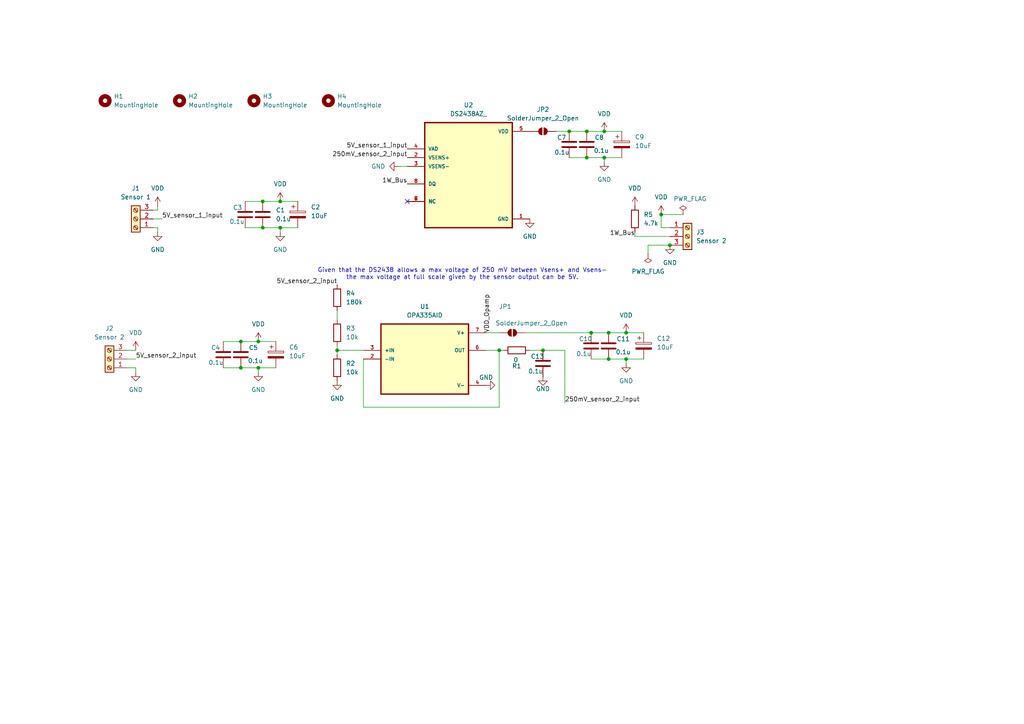
<source format=kicad_sch>
(kicad_sch (version 20231120) (generator "eeschema") (generator_version "8.0")
  (paper "A4")
  (lib_symbols
    (symbol "Connector:Screw_Terminal_01x03" (pin_names (offset 1.016) hide)
      (property "Reference" "J" (at 0 5.08 0))
      (property "Value" "Screw_Terminal_01x03" (at 0 -5.08 0))
      (symbol "Screw_Terminal_01x03_1_1"
        (rectangle (start -1.27 3.81) (end 1.27 -3.81) (stroke (width 0.254)) (fill (type background)))
        (circle (center 0 -2.54) (radius 0.635) (stroke (width 0.1524)))
        (polyline (pts (xy -0.5334 -2.2098) (xy 0.3302 -3.048)) (stroke (width 0.1524)))
        (polyline (pts (xy -0.5334 0.3302) (xy 0.3302 -0.508)) (stroke (width 0.1524)))
        (polyline (pts (xy -0.5334 2.8702) (xy 0.3302 2.032)) (stroke (width 0.1524)))
        (polyline (pts (xy -0.3556 -2.032) (xy 0.508 -2.8702)) (stroke (width 0.1524)))
        (polyline (pts (xy -0.3556 0.508) (xy 0.508 -0.3302)) (stroke (width 0.1524)))
        (polyline (pts (xy -0.3556 3.048) (xy 0.508 2.2098)) (stroke (width 0.1524)))
        (circle (center 0 0) (radius 0.635) (stroke (width 0.1524)))
        (circle (center 0 2.54) (radius 0.635) (stroke (width 0.1524)))
        (pin passive line (at -5.08 2.54 0) (length 3.81) (name "Pin_1") (number "1"))
        (pin passive line (at -5.08 0 0) (length 3.81) (name "Pin_2") (number "2"))
        (pin passive line (at -5.08 -2.54 0) (length 3.81) (name "Pin_3") (number "3"))
      )
    )
    (symbol "DS2438AZ_:DS2438AZ_" (pin_names (offset 1.016))
      (property "Reference" "U" (at -12.7 16.24 0))
      (property "Value" "DS2438AZ_" (at -12.7 -19.24 0))
      (symbol "DS2438AZ__0_0"
        (rectangle (start -12.7 -15.24) (end 12.7 15.24) (stroke (width 0.41)) (fill (type background)))
        (pin power_in line (at 17.78 -12.7 180) (length 5.08) (name "GND") (number "1"))
        (pin input line (at -17.78 5.08 0) (length 5.08) (name "VSENS+") (number "2"))
        (pin input line (at -17.78 2.54 0) (length 5.08) (name "VSENS-") (number "3"))
        (pin input line (at -17.78 7.62 0) (length 5.08) (name "VAD") (number "4"))
        (pin power_in line (at 17.78 12.7 180) (length 5.08) (name "VDD") (number "5"))
        (pin bidirectional line (at -17.78 -7.62 0) (length 5.08) (name "NC") (number "6"))
        (pin bidirectional line (at -17.78 -7.62 0) (length 5.08) (name "NC") (number "7"))
        (pin bidirectional line (at -17.78 -2.54 0) (length 5.08) (name "DQ") (number "8"))
      )
    )
    (symbol "Device:C" (pin_numbers hide) (pin_names (offset 0.254))
      (property "Reference" "C" (at 0.635 2.54 0))
      (property "Value" "C" (at 0.635 -2.54 0))
      (symbol "C_0_1"
        (polyline (pts (xy -2.032 -0.762) (xy 2.032 -0.762)) (stroke (width 0.508)))
        (polyline (pts (xy -2.032 0.762) (xy 2.032 0.762)) (stroke (width 0.508)))
      )
      (symbol "C_1_1"
        (pin passive line (at 0 3.81 270) (length 2.794) (name "~") (number "1"))
        (pin passive line (at 0 -3.81 90) (length 2.794) (name "~") (number "2"))
      )
    )
    (symbol "Device:C_Polarized" (pin_numbers hide) (pin_names (offset 0.254))
      (property "Reference" "C" (at 0.635 2.54 0))
      (property "Value" "C_Polarized" (at 0.635 -2.54 0))
      (symbol "C_Polarized_0_1"
        (rectangle (start -2.286 0.508) (end 2.286 1.016))
        (polyline (pts (xy -1.778 2.286) (xy -0.762 2.286)))
        (polyline (pts (xy -1.27 2.794) (xy -1.27 1.778)))
        (rectangle (start 2.286 -0.508) (end -2.286 -1.016) (fill (type outline)))
      )
      (symbol "C_Polarized_1_1"
        (pin passive line (at 0 3.81 270) (length 2.794) (name "~") (number "1"))
        (pin passive line (at 0 -3.81 90) (length 2.794) (name "~") (number "2"))
      )
    )
    (symbol "Device:R" (pin_numbers hide) (pin_names (offset 0))
      (property "Reference" "R" (at 2.032 0 90))
      (property "Value" "R" (at 0 0 90))
      (symbol "R_0_1"
        (rectangle (start -1.016 -2.54) (end 1.016 2.54) (stroke (width 0.254)))
      )
      (symbol "R_1_1"
        (pin passive line (at 0 3.81 270) (length 1.27) (name "~") (number "1"))
        (pin passive line (at 0 -3.81 90) (length 1.27) (name "~") (number "2"))
      )
    )
    (symbol "Jumper:SolderJumper_2_Open" (pin_numbers hide) (pin_names (offset 0) hide) (exclude_from_sim yes) (in_bom no)
      (property "Reference" "JP" (at 0 2.032 0))
      (property "Value" "SolderJumper_2_Open" (at 0 -2.54 0))
      (symbol "SolderJumper_2_Open_0_1"
        (arc (start -0.254 1.016) (mid -1.2656 0) (end -0.254 -1.016))
        (arc (start -0.254 1.016) (mid -1.2656 0) (end -0.254 -1.016) (fill (type outline)))
        (polyline (pts (xy -0.254 1.016) (xy -0.254 -1.016)))
        (polyline (pts (xy 0.254 1.016) (xy 0.254 -1.016)))
        (arc (start 0.254 -1.016) (mid 1.2656 0) (end 0.254 1.016))
        (arc (start 0.254 -1.016) (mid 1.2656 0) (end 0.254 1.016) (fill (type outline)))
      )
      (symbol "SolderJumper_2_Open_1_1"
        (pin passive line (at -3.81 0 0) (length 2.54) (name "A") (number "1"))
        (pin passive line (at 3.81 0 180) (length 2.54) (name "B") (number "2"))
      )
    )
    (symbol "Mechanical:MountingHole" (pin_names (offset 1.016)) (exclude_from_sim yes) (in_bom no)
      (property "Reference" "H" (at 0 5.08 0))
      (property "Value" "MountingHole" (at 0 3.175 0))
      (symbol "MountingHole_0_1"
        (circle (center 0 0) (radius 1.27) (stroke (width 1.27)))
      )
    )
    (symbol "OPA335AID:OPA335AID" (pin_names (offset 1.016))
      (property "Reference" "U" (at -12.7 11.16 0))
      (property "Value" "OPA335AID" (at -12.7 -14.16 0))
      (symbol "OPA335AID_0_0"
        (rectangle (start -12.7 -10.16) (end 12.7 10.16) (stroke (width 0.41)) (fill (type background)))
        (pin input line (at -17.78 0 0) (length 5.08) (name "-IN") (number "2"))
        (pin input line (at -17.78 2.54 0) (length 5.08) (name "+IN") (number "3"))
        (pin power_in line (at 17.78 -7.62 180) (length 5.08) (name "V-") (number "4"))
        (pin output line (at 17.78 2.54 180) (length 5.08) (name "OUT") (number "6"))
        (pin power_in line (at 17.78 7.62 180) (length 5.08) (name "V+") (number "7"))
      )
    )
    (symbol "power:GND" (power) (pin_numbers hide) (pin_names (offset 0) hide)
      (property "Value" "GND" (at 0 -3.81 0))
      (symbol "GND_0_1"
        (polyline (pts (xy 0 0) (xy 0 -1.27) (xy 1.27 -1.27) (xy 0 -2.54) (xy -1.27 -1.27) (xy 0 -1.27)))
      )
      (symbol "GND_1_1"
        (pin power_in line (at 0 0 270) (length 0) (name "~") (number "1"))
      )
    )
    (symbol "power:PWR_FLAG" (power) (pin_numbers hide) (pin_names (offset 0) hide)
      (property "Value" "PWR_FLAG" (at 0 3.81 0))
      (symbol "PWR_FLAG_0_0"
        (pin power_out line (at 0 0 90) (length 0) (name "~") (number "1"))
      )
      (symbol "PWR_FLAG_0_1"
        (polyline (pts (xy 0 0) (xy 0 1.27) (xy -1.016 1.905) (xy 0 2.54) (xy 1.016 1.905) (xy 0 1.27)))
      )
    )
    (symbol "power:VDD" (power) (pin_numbers hide) (pin_names (offset 0) hide)
      (property "Value" "VDD" (at 0 3.556 0))
      (symbol "VDD_0_1"
        (polyline (pts (xy -0.762 1.27) (xy 0 2.54)))
        (polyline (pts (xy 0 0) (xy 0 2.54)))
        (polyline (pts (xy 0 2.54) (xy 0.762 1.27)))
      )
      (symbol "VDD_1_1"
        (pin power_in line (at 0 0 90) (length 0) (name "~") (number "1"))
      )
    )
  )
  (junction (at 157.48 101.6))
  (junction (at 171.45 96.52))
  (junction (at 181.61 104.14))
  (junction (at 194.31 71.12))
  (junction (at 81.28 66.04))
  (junction (at 191.77 62.23))
  (junction (at 176.53 104.14))
  (junction (at 74.93 106.68))
  (junction (at 81.28 58.42))
  (junction (at 76.2 66.04))
  (junction (at 170.18 45.72))
  (junction (at 176.53 96.52))
  (junction (at 175.26 45.72))
  (junction (at 165.1 38.1))
  (junction (at 175.26 38.1))
  (junction (at 97.79 101.6))
  (junction (at 76.2 58.42))
  (junction (at 144.78 101.6))
  (junction (at 170.18 38.1))
  (junction (at 74.93 99.06))
  (junction (at 69.85 106.68))
  (junction (at 181.61 96.52))
  (junction (at 69.85 99.06))
  (no_connect (at 118.11 58.42))
  (wire (pts (xy 97.79 90.17) (xy 97.79 92.71)))
  (wire (pts (xy 140.97 96.52) (xy 144.78 96.52)))
  (wire (pts (xy 81.28 66.04) (xy 81.28 67.31)))
  (wire (pts (xy 187.96 71.12) (xy 194.31 71.12)))
  (wire (pts (xy 39.37 106.68) (xy 39.37 107.95)))
  (wire (pts (xy 76.2 66.04) (xy 81.28 66.04)))
  (wire (pts (xy 44.45 66.04) (xy 45.72 66.04)))
  (wire (pts (xy 45.72 66.04) (xy 45.72 67.31)))
  (wire (pts (xy 74.93 106.68) (xy 80.01 106.68)))
  (wire (pts (xy 144.78 101.6) (xy 140.97 101.6)))
  (wire (pts (xy 97.79 101.6) (xy 97.79 102.87)))
  (wire (pts (xy 36.83 106.68) (xy 39.37 106.68)))
  (wire (pts (xy 181.61 104.14) (xy 181.61 105.41)))
  (wire (pts (xy 69.85 106.68) (xy 74.93 106.68)))
  (wire (pts (xy 105.41 104.14) (xy 105.41 118.11)))
  (wire (pts (xy 175.26 38.1) (xy 180.34 38.1)))
  (wire (pts (xy 175.26 45.72) (xy 180.34 45.72)))
  (wire (pts (xy 39.37 101.6) (xy 36.83 101.6)))
  (wire (pts (xy 71.12 58.42) (xy 76.2 58.42)))
  (wire (pts (xy 181.61 96.52) (xy 186.69 96.52)))
  (wire (pts (xy 45.72 60.96) (xy 44.45 60.96)))
  (wire (pts (xy 44.45 63.5) (xy 46.99 63.5)))
  (wire (pts (xy 191.77 62.23) (xy 191.77 66.04)))
  (wire (pts (xy 171.45 96.52) (xy 176.53 96.52)))
  (wire (pts (xy 191.77 62.23) (xy 198.12 62.23)))
  (wire (pts (xy 170.18 38.1) (xy 175.26 38.1)))
  (wire (pts (xy 81.28 66.04) (xy 86.36 66.04)))
  (wire (pts (xy 163.83 101.6) (xy 163.83 116.84)))
  (wire (pts (xy 64.77 106.68) (xy 69.85 106.68)))
  (wire (pts (xy 181.61 104.14) (xy 186.69 104.14)))
  (wire (pts (xy 175.26 45.72) (xy 175.26 46.99)))
  (wire (pts (xy 76.2 58.42) (xy 81.28 58.42)))
  (wire (pts (xy 105.41 118.11) (xy 144.78 118.11)))
  (wire (pts (xy 171.45 104.14) (xy 176.53 104.14)))
  (wire (pts (xy 64.77 99.06) (xy 69.85 99.06)))
  (wire (pts (xy 36.83 104.14) (xy 39.37 104.14)))
  (wire (pts (xy 69.85 99.06) (xy 74.93 99.06)))
  (wire (pts (xy 81.28 58.42) (xy 86.36 58.42)))
  (wire (pts (xy 97.79 101.6) (xy 105.41 101.6)))
  (wire (pts (xy 152.4 96.52) (xy 171.45 96.52)))
  (wire (pts (xy 161.29 38.1) (xy 165.1 38.1)))
  (wire (pts (xy 153.67 101.6) (xy 157.48 101.6)))
  (wire (pts (xy 165.1 38.1) (xy 170.18 38.1)))
  (wire (pts (xy 176.53 104.14) (xy 181.61 104.14)))
  (wire (pts (xy 184.15 68.58) (xy 194.31 68.58)))
  (wire (pts (xy 74.93 99.06) (xy 80.01 99.06)))
  (wire (pts (xy 144.78 118.11) (xy 144.78 101.6)))
  (wire (pts (xy 191.77 66.04) (xy 194.31 66.04)))
  (wire (pts (xy 45.72 59.69) (xy 45.72 60.96)))
  (wire (pts (xy 187.96 73.66) (xy 187.96 71.12)))
  (wire (pts (xy 184.15 68.58) (xy 184.15 67.31)))
  (wire (pts (xy 118.11 48.26) (xy 115.57 48.26)))
  (wire (pts (xy 170.18 45.72) (xy 175.26 45.72)))
  (wire (pts (xy 176.53 96.52) (xy 181.61 96.52)))
  (wire (pts (xy 144.78 101.6) (xy 146.05 101.6)))
  (wire (pts (xy 97.79 100.33) (xy 97.79 101.6)))
  (wire (pts (xy 157.48 101.6) (xy 163.83 101.6)))
  (wire (pts (xy 74.93 106.68) (xy 74.93 107.95)))
  (wire (pts (xy 165.1 45.72) (xy 170.18 45.72)))
  (wire (pts (xy 71.12 66.04) (xy 76.2 66.04)))
  (text "Given that the DS2438 allows a max voltage of 250 mV between Vsens+ and Vsens-\nthe max voltage at full scale given by the sensor output can be 5V." (at 134.112 79.502 0) (effects (font (size 1.27 1.27))))
  (label "250mV_sensor_2_input" (at 118.11 45.72 180))
  (label "5V_sensor_1_input" (at 118.11 43.18 180))
  (label "1W_Bus" (at 118.11 53.34 180))
  (label "5V_sensor_1_input" (at 46.99 63.5 0))
  (label "VDD_Opamp" (at 142.24 96.52 90))
  (label "5V_sensor_2_input" (at 39.37 104.14 0))
  (label "1W_Bus" (at 184.15 68.58 180))
  (label "5V_sensor_2_input" (at 97.79 82.55 180))
  (label "250mV_sensor_2_input" (at 163.83 116.84 0))
  (symbol (lib_id "power:GND") (at 175.26 46.99 0) (unit 1)
    (property "Reference" "#PWR011" (effects (hide yes)))
    (property "Value" "GND" (at 175.26 52.07 0))
    (property "Description" "Power symbol creates a global label with name \"GND\" , ground" (effects (hide yes)))
  )
  (symbol (lib_id "Device:C") (at 64.77 102.87 0) (unit 1)
    (property "Reference" "C4" (at 61.214 100.838 0) (effects (justify left)))
    (property "Value" "0.1u" (at 60.452 105.156 0) (effects (justify left)))
    (property "Footprint" "Capacitor_SMD:C_0603_1608Metric_Pad1.08x0.95mm_HandSolder" (effects (hide yes)))
    (property "Description" "Unpolarized capacitor" (effects (hide yes)))
  )
  (symbol (lib_id "Device:C_Polarized") (at 86.36 62.23 0) (unit 1)
    (property "Reference" "C2" (at 90.17 60.0709 0) (effects (justify left)))
    (property "Value" "10uF" (at 90.17 62.6109 0) (effects (justify left)))
    (property "Footprint" "Capacitor_SMD:CP_Elec_4x5.8" (effects (hide yes)))
    (property "Description" "Polarized capacitor" (effects (hide yes)))
  )
  (symbol (lib_id "power:GND") (at 157.48 109.22 0) (unit 1)
    (property "Reference" "#PWR020" (effects (hide yes)))
    (property "Value" "GND" (at 159.512 112.776 0) (effects (justify right)))
    (property "Description" "Power symbol creates a global label with name \"GND\" , ground" (effects (hide yes)))
  )
  (symbol (lib_id "power:VDD") (at 184.15 59.69 0) (unit 1)
    (property "Reference" "#PWR019" (effects (hide yes)))
    (property "Value" "VDD" (at 184.15 54.61 0))
    (property "Description" "Power symbol creates a global label with name \"VDD\"" (effects (hide yes)))
  )
  (symbol (lib_id "Jumper:SolderJumper_2_Open") (at 157.48 38.1 0) (unit 1) (exclude_from_sim yes) (in_bom no)
    (property "Reference" "JP2" (at 157.48 31.75 0))
    (property "Value" "SolderJumper_2_Open" (at 157.48 34.29 0))
    (property "Footprint" "Jumper:SolderJumper-2_P1.3mm_Open_RoundedPad1.0x1.5mm" (effects (hide yes)))
    (property "Description" "Solder Jumper, 2-pole, open" (effects (hide yes)))
  )
  (symbol (lib_id "Device:C_Polarized") (at 80.01 102.87 0) (unit 1)
    (property "Reference" "C6" (at 83.82 100.7109 0) (effects (justify left)))
    (property "Value" "10uF" (at 83.82 103.2509 0) (effects (justify left)))
    (property "Footprint" "Capacitor_SMD:CP_Elec_4x5.8" (effects (hide yes)))
    (property "Description" "Polarized capacitor" (effects (hide yes)))
  )
  (symbol (lib_id "Connector:Screw_Terminal_01x03") (at 199.39 68.58 0) (unit 1)
    (property "Reference" "J3" (at 201.93 67.3099 0) (effects (justify left)))
    (property "Value" "Sensor 2" (at 201.93 69.8499 0) (effects (justify left)))
    (property "Footprint" "1985205:TE_1985205" (effects (hide yes)))
    (property "Description" "Generic screw terminal, single row, 01x03, script generated (kicad-library-utils/schlib/autogen/connector/)" (effects (hide yes)))
  )
  (symbol (lib_id "power:GND") (at 115.57 48.26 270) (unit 1)
    (property "Reference" "#PWR014" (effects (hide yes)))
    (property "Value" "GND" (at 111.76 48.2599 90) (effects (justify right)))
    (property "Description" "Power symbol creates a global label with name \"GND\" , ground" (effects (hide yes)))
  )
  (symbol (lib_id "power:VDD") (at 45.72 59.69 0) (unit 1)
    (property "Reference" "#PWR02" (effects (hide yes)))
    (property "Value" "VDD" (at 45.72 54.61 0))
    (property "Description" "Power symbol creates a global label with name \"VDD\"" (effects (hide yes)))
  )
  (symbol (lib_id "power:GND") (at 181.61 105.41 0) (unit 1)
    (property "Reference" "#PWR016" (effects (hide yes)))
    (property "Value" "GND" (at 181.61 110.49 0))
    (property "Description" "Power symbol creates a global label with name \"GND\" , ground" (effects (hide yes)))
  )
  (symbol (lib_id "power:VDD") (at 81.28 58.42 0) (unit 1)
    (property "Reference" "#PWR03" (effects (hide yes)))
    (property "Value" "VDD" (at 81.28 53.34 0))
    (property "Description" "Power symbol creates a global label with name \"VDD\"" (effects (hide yes)))
  )
  (symbol (lib_id "power:VDD") (at 191.77 62.23 0) (unit 1)
    (property "Reference" "#PWR018" (effects (hide yes)))
    (property "Value" "VDD" (at 191.77 57.15 0))
    (property "Description" "Power symbol creates a global label with name \"VDD\"" (effects (hide yes)))
  )
  (symbol (lib_id "power:GND") (at 153.67 63.5 0) (unit 1)
    (property "Reference" "#PWR012" (effects (hide yes)))
    (property "Value" "GND" (at 153.67 68.58 0))
    (property "Description" "Power symbol creates a global label with name \"GND\" , ground" (effects (hide yes)))
  )
  (symbol (lib_id "Device:C") (at 71.12 62.23 0) (unit 1)
    (property "Reference" "C3" (at 67.564 60.198 0) (effects (justify left)))
    (property "Value" "0.1u" (at 66.548 64.262 0) (effects (justify left)))
    (property "Footprint" "Capacitor_SMD:C_0603_1608Metric_Pad1.08x0.95mm_HandSolder" (effects (hide yes)))
    (property "Description" "Unpolarized capacitor" (effects (hide yes)))
  )
  (symbol (lib_id "power:GND") (at 140.97 111.76 90) (unit 1)
    (property "Reference" "#PWR07" (effects (hide yes)))
    (property "Value" "GND" (at 138.938 109.474 90) (effects (justify right)))
    (property "Description" "Power symbol creates a global label with name \"GND\" , ground" (effects (hide yes)))
  )
  (symbol (lib_id "power:VDD") (at 74.93 99.06 0) (unit 1)
    (property "Reference" "#PWR05" (effects (hide yes)))
    (property "Value" "VDD" (at 74.93 93.98 0))
    (property "Description" "Power symbol creates a global label with name \"VDD\"" (effects (hide yes)))
  )
  (symbol (lib_id "OPA335AID:OPA335AID") (at 123.19 104.14 0) (unit 1)
    (property "Reference" "U1" (at 123.19 88.9 0))
    (property "Value" "OPA335AID" (at 123.19 91.44 0))
    (property "Footprint" "OPA335AID:SOIC127P599X175-8N" (effects (hide yes)))
    (property "MF" "Texas Instruments" (effects (hide yes)))
    (property "Description_1" "\n                        \n                            Single 0.05uV/C max, single-supply CMOS operational amplifier\n                        \n" (effects (hide yes)))
    (property "Package" "SOIC-8 Texas Instruments" (effects (hide yes)))
    (property "Price" "None" (effects (hide yes)))
    (property "SnapEDA_Link" "https://www.snapeda.com/parts/OPA335AID/Texas+Instruments/view-part/?ref=snap" (effects (hide yes)))
    (property "MP" "OPA335AID" (effects (hide yes)))
    (property "Availability" "In Stock" (effects (hide yes)))
    (property "Check_prices" "https://www.snapeda.com/parts/OPA335AID/Texas+Instruments/view-part/?ref=eda" (effects (hide yes)))
  )
  (symbol (lib_id "power:GND") (at 194.31 71.12 0) (unit 1)
    (property "Reference" "#PWR013" (effects (hide yes)))
    (property "Value" "GND" (at 194.31 76.2 0))
    (property "Description" "Power symbol creates a global label with name \"GND\" , ground" (effects (hide yes)))
  )
  (symbol (lib_id "power:GND") (at 97.79 110.49 0) (unit 1)
    (property "Reference" "#PWR017" (effects (hide yes)))
    (property "Value" "GND" (at 97.79 115.57 0))
    (property "Description" "Power symbol creates a global label with name \"GND\" , ground" (effects (hide yes)))
  )
  (symbol (lib_id "power:PWR_FLAG") (at 198.12 62.23 0) (unit 1)
    (property "Reference" "#FLG01" (effects (hide yes)))
    (property "Value" "PWR_FLAG" (at 200.152 57.658 0))
    (property "Description" "Special symbol for telling ERC where power comes from" (effects (hide yes)))
  )
  (symbol (lib_id "Device:C_Polarized") (at 180.34 41.91 0) (unit 1)
    (property "Reference" "C9" (at 184.15 39.7509 0) (effects (justify left)))
    (property "Value" "10uF" (at 184.15 42.2909 0) (effects (justify left)))
    (property "Footprint" "Capacitor_SMD:CP_Elec_4x5.8" (effects (hide yes)))
    (property "Description" "Polarized capacitor" (effects (hide yes)))
  )
  (symbol (lib_id "Connector:Screw_Terminal_01x03") (at 39.37 63.5 180) (unit 1)
    (property "Reference" "J1" (at 39.37 54.61 0))
    (property "Value" "Sensor 1" (at 39.37 57.15 0))
    (property "Footprint" "1985205:TE_1985205" (effects (hide yes)))
    (property "Description" "Generic screw terminal, single row, 01x03, script generated (kicad-library-utils/schlib/autogen/connector/)" (effects (hide yes)))
  )
  (symbol (lib_id "Connector:Screw_Terminal_01x03") (at 31.75 104.14 180) (unit 1)
    (property "Reference" "J2" (at 31.75 95.25 0))
    (property "Value" "Sensor 2" (at 31.75 97.79 0))
    (property "Footprint" "1985205:TE_1985205" (effects (hide yes)))
    (property "Description" "Generic screw terminal, single row, 01x03, script generated (kicad-library-utils/schlib/autogen/connector/)" (effects (hide yes)))
  )
  (symbol (lib_id "DS2438AZ_:DS2438AZ_") (at 135.89 50.8 0) (unit 1)
    (property "Reference" "U2" (at 135.89 30.48 0))
    (property "Value" "DS2438AZ_" (at 135.89 33.02 0))
    (property "Footprint" "DS2438AZ_:SOIC127P600X175-8N" (effects (hide yes)))
    (property "MF" "Analog Devices" (effects (hide yes)))
    (property "Description_1" "\n                        \n                            Smart Battery Monitor\n                        \n" (effects (hide yes)))
    (property "Package" "SOIC-8 Maxim" (effects (hide yes)))
    (property "Price" "None" (effects (hide yes)))
    (property "SnapEDA_Link" "https://www.snapeda.com/parts/DS2438AZ+/Analog+Devices/view-part/?ref=snap" (effects (hide yes)))
    (property "MP" "DS2438AZ+" (effects (hide yes)))
    (property "Availability" "In Stock" (effects (hide yes)))
    (property "Check_prices" "https://www.snapeda.com/parts/DS2438AZ+/Analog+Devices/view-part/?ref=eda" (effects (hide yes)))
  )
  (symbol (lib_id "Mechanical:MountingHole") (at 73.66 29.21 0) (unit 1) (exclude_from_sim yes) (in_bom no)
    (property "Reference" "H3" (at 76.2 27.9399 0) (effects (justify left)))
    (property "Value" "MountingHole" (at 76.2 30.4799 0) (effects (justify left)))
    (property "Footprint" "MountingHole:MountingHole_2.5mm" (effects (hide yes)))
    (property "Description" "Mounting Hole without connection" (effects (hide yes)))
  )
  (symbol (lib_id "Mechanical:MountingHole") (at 95.25 29.21 0) (unit 1) (exclude_from_sim yes) (in_bom no)
    (property "Reference" "H4" (at 97.79 27.9399 0) (effects (justify left)))
    (property "Value" "MountingHole" (at 97.79 30.4799 0) (effects (justify left)))
    (property "Footprint" "MountingHole:MountingHole_2.5mm" (effects (hide yes)))
    (property "Description" "Mounting Hole without connection" (effects (hide yes)))
  )
  (symbol (lib_id "Device:R") (at 149.86 101.6 90) (unit 1)
    (property "Reference" "R1" (at 149.86 106.172 90))
    (property "Value" "0" (at 149.606 104.394 90))
    (property "Footprint" "Resistor_SMD:R_0603_1608Metric_Pad0.98x0.95mm_HandSolder" (effects (hide yes)))
    (property "Description" "Resistor" (effects (hide yes)))
  )
  (symbol (lib_id "power:GND") (at 74.93 107.95 0) (unit 1)
    (property "Reference" "#PWR06" (effects (hide yes)))
    (property "Value" "GND" (at 74.93 113.03 0))
    (property "Description" "Power symbol creates a global label with name \"GND\" , ground" (effects (hide yes)))
  )
  (symbol (lib_id "power:VDD") (at 181.61 96.52 0) (unit 1)
    (property "Reference" "#PWR015" (effects (hide yes)))
    (property "Value" "VDD" (at 181.61 91.44 0))
    (property "Description" "Power symbol creates a global label with name \"VDD\"" (effects (hide yes)))
  )
  (symbol (lib_id "Jumper:SolderJumper_2_Open") (at 148.59 96.52 0) (unit 1) (exclude_from_sim yes) (in_bom no)
    (property "Reference" "JP1" (at 146.558 88.9 0))
    (property "Value" "SolderJumper_2_Open" (at 154.178 93.726 0))
    (property "Footprint" "Jumper:SolderJumper-2_P1.3mm_Open_RoundedPad1.0x1.5mm" (effects (hide yes)))
    (property "Description" "Solder Jumper, 2-pole, open" (effects (hide yes)))
  )
  (symbol (lib_id "Device:C") (at 69.85 102.87 0) (unit 1)
    (property "Reference" "C5" (at 72.136 100.838 0) (effects (justify left)))
    (property "Value" "0.1u" (at 71.882 104.648 0) (effects (justify left)))
    (property "Footprint" "Capacitor_SMD:C_0603_1608Metric_Pad1.08x0.95mm_HandSolder" (effects (hide yes)))
    (property "Description" "Unpolarized capacitor" (effects (hide yes)))
  )
  (symbol (lib_id "Device:R") (at 97.79 96.52 0) (unit 1)
    (property "Reference" "R3" (at 100.33 95.2499 0) (effects (justify left)))
    (property "Value" "10k" (at 100.33 97.7899 0) (effects (justify left)))
    (property "Footprint" "Resistor_SMD:R_0603_1608Metric_Pad0.98x0.95mm_HandSolder" (effects (hide yes)))
    (property "Description" "Resistor" (effects (hide yes)))
  )
  (symbol (lib_id "power:GND") (at 81.28 67.31 0) (unit 1)
    (property "Reference" "#PWR04" (effects (hide yes)))
    (property "Value" "GND" (at 81.28 72.39 0))
    (property "Description" "Power symbol creates a global label with name \"GND\" , ground" (effects (hide yes)))
  )
  (symbol (lib_id "Device:R") (at 97.79 86.36 0) (unit 1)
    (property "Reference" "R4" (at 100.33 85.0899 0) (effects (justify left)))
    (property "Value" "180k" (at 100.33 87.6299 0) (effects (justify left)))
    (property "Footprint" "Resistor_SMD:R_0603_1608Metric_Pad0.98x0.95mm_HandSolder" (effects (hide yes)))
    (property "Description" "Resistor" (effects (hide yes)))
  )
  (symbol (lib_id "Device:C_Polarized") (at 186.69 100.33 0) (unit 1)
    (property "Reference" "C12" (at 190.5 98.1709 0) (effects (justify left)))
    (property "Value" "10uF" (at 190.5 100.7109 0) (effects (justify left)))
    (property "Footprint" "Capacitor_SMD:CP_Elec_4x5.8" (effects (hide yes)))
    (property "Description" "Polarized capacitor" (effects (hide yes)))
  )
  (symbol (lib_id "power:GND") (at 45.72 67.31 0) (unit 1)
    (property "Reference" "#PWR01" (effects (hide yes)))
    (property "Value" "GND" (at 45.72 72.39 0))
    (property "Description" "Power symbol creates a global label with name \"GND\" , ground" (effects (hide yes)))
  )
  (symbol (lib_id "Mechanical:MountingHole") (at 30.48 29.21 0) (unit 1) (exclude_from_sim yes) (in_bom no)
    (property "Reference" "H1" (at 33.02 27.9399 0) (effects (justify left)))
    (property "Value" "MountingHole" (at 33.02 30.4799 0) (effects (justify left)))
    (property "Footprint" "MountingHole:MountingHole_2.5mm" (effects (hide yes)))
    (property "Description" "Mounting Hole without connection" (effects (hide yes)))
  )
  (symbol (lib_id "Mechanical:MountingHole") (at 52.07 29.21 0) (unit 1) (exclude_from_sim yes) (in_bom no)
    (property "Reference" "H2" (at 54.61 27.9399 0) (effects (justify left)))
    (property "Value" "MountingHole" (at 54.61 30.4799 0) (effects (justify left)))
    (property "Footprint" "MountingHole:MountingHole_2.5mm" (effects (hide yes)))
    (property "Description" "Mounting Hole without connection" (effects (hide yes)))
  )
  (symbol (lib_id "Device:C") (at 76.2 62.23 0) (unit 1)
    (property "Reference" "C1" (at 80.01 60.9599 0) (effects (justify left)))
    (property "Value" "0.1u" (at 80.01 63.4999 0) (effects (justify left)))
    (property "Footprint" "Capacitor_SMD:C_0603_1608Metric_Pad1.08x0.95mm_HandSolder" (effects (hide yes)))
    (property "Description" "Unpolarized capacitor" (effects (hide yes)))
  )
  (symbol (lib_id "Device:C") (at 157.48 105.41 0) (unit 1)
    (property "Reference" "C13" (at 153.924 103.378 0) (effects (justify left)))
    (property "Value" "0.1u" (at 153.162 107.696 0) (effects (justify left)))
    (property "Footprint" "Capacitor_SMD:C_0603_1608Metric_Pad1.08x0.95mm_HandSolder" (effects (hide yes)))
    (property "Description" "Unpolarized capacitor" (effects (hide yes)))
  )
  (symbol (lib_id "Device:C") (at 170.18 41.91 0) (unit 1)
    (property "Reference" "C8" (at 172.466 39.878 0) (effects (justify left)))
    (property "Value" "0.1u" (at 172.212 43.688 0) (effects (justify left)))
    (property "Footprint" "Capacitor_SMD:C_0603_1608Metric_Pad1.08x0.95mm_HandSolder" (effects (hide yes)))
    (property "Description" "Unpolarized capacitor" (effects (hide yes)))
  )
  (symbol (lib_id "power:VDD") (at 39.37 101.6 0) (unit 1)
    (property "Reference" "#PWR09" (effects (hide yes)))
    (property "Value" "VDD" (at 39.37 96.52 0))
    (property "Description" "Power symbol creates a global label with name \"VDD\"" (effects (hide yes)))
  )
  (symbol (lib_id "power:PWR_FLAG") (at 187.96 73.66 180) (unit 1)
    (property "Reference" "#FLG02" (effects (hide yes)))
    (property "Value" "PWR_FLAG" (at 187.96 78.74 0))
    (property "Description" "Special symbol for telling ERC where power comes from" (effects (hide yes)))
  )
  (symbol (lib_id "Device:C") (at 176.53 100.33 0) (unit 1)
    (property "Reference" "C11" (at 178.816 98.298 0) (effects (justify left)))
    (property "Value" "0.1u" (at 178.562 102.108 0) (effects (justify left)))
    (property "Footprint" "Capacitor_SMD:C_0603_1608Metric_Pad1.08x0.95mm_HandSolder" (effects (hide yes)))
    (property "Description" "Unpolarized capacitor" (effects (hide yes)))
  )
  (symbol (lib_id "Device:R") (at 97.79 106.68 0) (unit 1)
    (property "Reference" "R2" (at 100.33 105.4099 0) (effects (justify left)))
    (property "Value" "10k" (at 100.33 107.9499 0) (effects (justify left)))
    (property "Footprint" "Resistor_SMD:R_0603_1608Metric_Pad0.98x0.95mm_HandSolder" (effects (hide yes)))
    (property "Description" "Resistor" (effects (hide yes)))
  )
  (symbol (lib_id "power:VDD") (at 175.26 38.1 0) (unit 1)
    (property "Reference" "#PWR010" (effects (hide yes)))
    (property "Value" "VDD" (at 175.26 33.02 0))
    (property "Description" "Power symbol creates a global label with name \"VDD\"" (effects (hide yes)))
  )
  (symbol (lib_id "Device:C") (at 171.45 100.33 0) (unit 1)
    (property "Reference" "C10" (at 167.894 98.298 0) (effects (justify left)))
    (property "Value" "0.1u" (at 167.132 102.616 0) (effects (justify left)))
    (property "Footprint" "Capacitor_SMD:C_0603_1608Metric_Pad1.08x0.95mm_HandSolder" (effects (hide yes)))
    (property "Description" "Unpolarized capacitor" (effects (hide yes)))
  )
  (symbol (lib_id "power:GND") (at 39.37 107.95 0) (unit 1)
    (property "Reference" "#PWR08" (effects (hide yes)))
    (property "Value" "GND" (at 39.37 113.03 0))
    (property "Description" "Power symbol creates a global label with name \"GND\" , ground" (effects (hide yes)))
  )
  (symbol (lib_id "Device:C") (at 165.1 41.91 0) (unit 1)
    (property "Reference" "C7" (at 161.544 39.878 0) (effects (justify left)))
    (property "Value" "0.1u" (at 160.782 44.196 0) (effects (justify left)))
    (property "Footprint" "Capacitor_SMD:C_0603_1608Metric_Pad1.08x0.95mm_HandSolder" (effects (hide yes)))
    (property "Description" "Unpolarized capacitor" (effects (hide yes)))
  )
  (symbol (lib_id "Device:R") (at 184.15 63.5 0) (unit 1)
    (property "Reference" "R5" (at 186.69 62.2299 0) (effects (justify left)))
    (property "Value" "4.7k" (at 186.69 64.7699 0) (effects (justify left)))
    (property "Footprint" "Resistor_SMD:R_0603_1608Metric_Pad0.98x0.95mm_HandSolder" (effects (hide yes)))
    (property "Description" "Resistor" (effects (hide yes)))
  )
)
</source>
